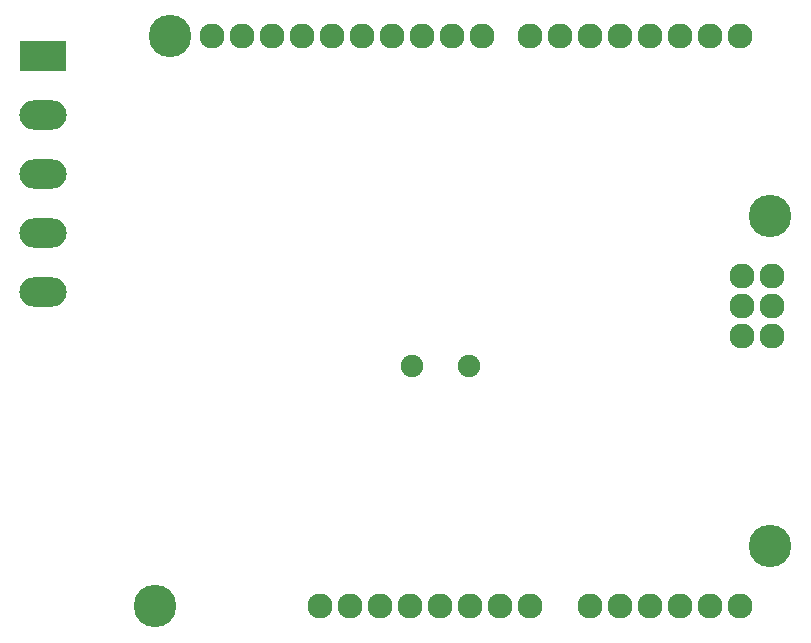
<source format=gbs>
G04 #@! TF.FileFunction,Soldermask,Bot*
%FSLAX46Y46*%
G04 Gerber Fmt 4.6, Leading zero omitted, Abs format (unit mm)*
G04 Created by KiCad (PCBNEW 4.0.6) date Tuesday, 13 February 2018 20:17:47*
%MOMM*%
%LPD*%
G01*
G04 APERTURE LIST*
%ADD10C,0.100000*%
%ADD11O,2.127200X2.127200*%
%ADD12C,3.600000*%
%ADD13C,1.901140*%
%ADD14R,4.000000X2.500000*%
%ADD15O,4.000000X2.500000*%
G04 APERTURE END LIST*
D10*
D11*
X212090000Y-79629000D03*
X214630000Y-79629000D03*
X214630000Y-77089000D03*
X212090000Y-77089000D03*
X214630000Y-74549000D03*
X199263000Y-102489000D03*
X194183000Y-102489000D03*
X191643000Y-102489000D03*
X189103000Y-102489000D03*
X186563000Y-102489000D03*
X184023000Y-102489000D03*
X181483000Y-102489000D03*
X178943000Y-102489000D03*
X211963000Y-54229000D03*
X209423000Y-54229000D03*
X206883000Y-54229000D03*
X204343000Y-54229000D03*
X201803000Y-54229000D03*
X199263000Y-54229000D03*
X196723000Y-54229000D03*
X194183000Y-54229000D03*
X174879000Y-54229000D03*
X190119000Y-54229000D03*
X187579000Y-54229000D03*
X185039000Y-54229000D03*
D12*
X214503000Y-97409000D03*
X214503000Y-69469000D03*
X163703000Y-54229000D03*
X162433000Y-102489000D03*
D11*
X167259000Y-54229000D03*
X169799000Y-54229000D03*
X172339000Y-54229000D03*
X177419000Y-54229000D03*
X179959000Y-54229000D03*
X182499000Y-54229000D03*
X176403000Y-102489000D03*
X201803000Y-102489000D03*
X204343000Y-102489000D03*
X206883000Y-102489000D03*
X209423000Y-102489000D03*
X211963000Y-102489000D03*
X212090000Y-74549000D03*
D13*
X184122060Y-82169000D03*
X189003940Y-82169000D03*
D14*
X152908000Y-55880000D03*
D15*
X152908000Y-60880000D03*
X152908000Y-65880000D03*
X152908000Y-70880000D03*
X152908000Y-75880000D03*
M02*

</source>
